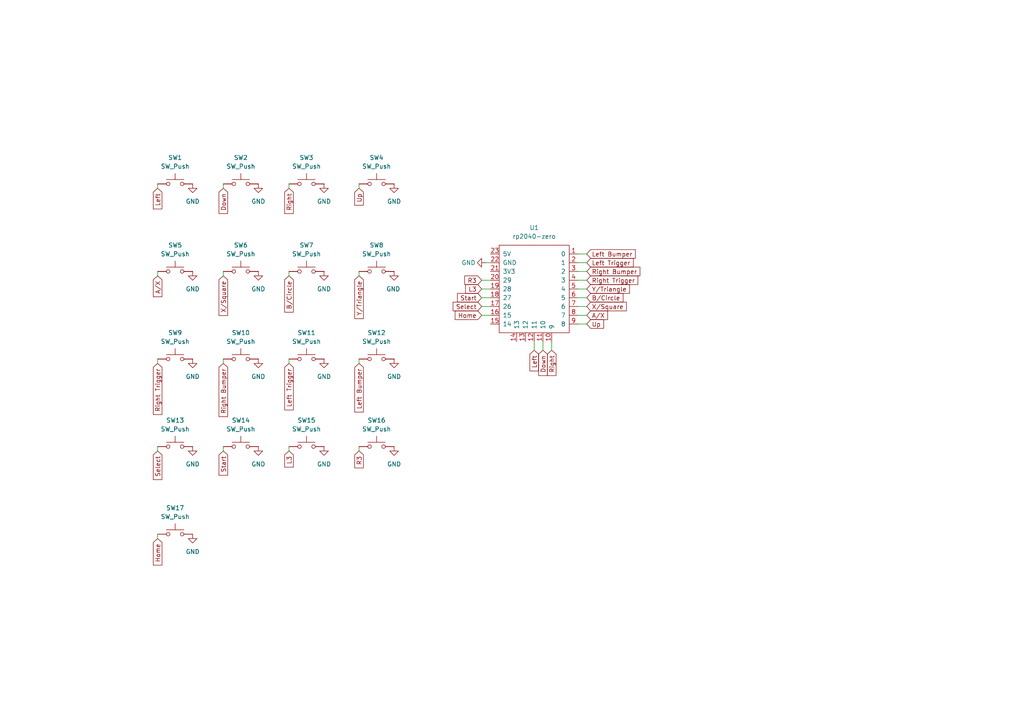
<source format=kicad_sch>
(kicad_sch
	(version 20231120)
	(generator "eeschema")
	(generator_version "8.0")
	(uuid "892af940-5d46-43be-9771-949f2577b148")
	(paper "A4")
	(lib_symbols
		(symbol "Switch:SW_Push"
			(pin_numbers hide)
			(pin_names
				(offset 1.016) hide)
			(exclude_from_sim no)
			(in_bom yes)
			(on_board yes)
			(property "Reference" "SW"
				(at 1.27 2.54 0)
				(effects
					(font
						(size 1.27 1.27)
					)
					(justify left)
				)
			)
			(property "Value" "SW_Push"
				(at 0 -1.524 0)
				(effects
					(font
						(size 1.27 1.27)
					)
				)
			)
			(property "Footprint" ""
				(at 0 5.08 0)
				(effects
					(font
						(size 1.27 1.27)
					)
					(hide yes)
				)
			)
			(property "Datasheet" "~"
				(at 0 5.08 0)
				(effects
					(font
						(size 1.27 1.27)
					)
					(hide yes)
				)
			)
			(property "Description" "Push button switch, generic, two pins"
				(at 0 0 0)
				(effects
					(font
						(size 1.27 1.27)
					)
					(hide yes)
				)
			)
			(property "ki_keywords" "switch normally-open pushbutton push-button"
				(at 0 0 0)
				(effects
					(font
						(size 1.27 1.27)
					)
					(hide yes)
				)
			)
			(symbol "SW_Push_0_1"
				(circle
					(center -2.032 0)
					(radius 0.508)
					(stroke
						(width 0)
						(type default)
					)
					(fill
						(type none)
					)
				)
				(polyline
					(pts
						(xy 0 1.27) (xy 0 3.048)
					)
					(stroke
						(width 0)
						(type default)
					)
					(fill
						(type none)
					)
				)
				(polyline
					(pts
						(xy 2.54 1.27) (xy -2.54 1.27)
					)
					(stroke
						(width 0)
						(type default)
					)
					(fill
						(type none)
					)
				)
				(circle
					(center 2.032 0)
					(radius 0.508)
					(stroke
						(width 0)
						(type default)
					)
					(fill
						(type none)
					)
				)
				(pin passive line
					(at -5.08 0 0)
					(length 2.54)
					(name "1"
						(effects
							(font
								(size 1.27 1.27)
							)
						)
					)
					(number "1"
						(effects
							(font
								(size 1.27 1.27)
							)
						)
					)
				)
				(pin passive line
					(at 5.08 0 180)
					(length 2.54)
					(name "2"
						(effects
							(font
								(size 1.27 1.27)
							)
						)
					)
					(number "2"
						(effects
							(font
								(size 1.27 1.27)
							)
						)
					)
				)
			)
		)
		(symbol "mcu:rp2040-zero"
			(pin_names
				(offset 1.016)
			)
			(exclude_from_sim no)
			(in_bom yes)
			(on_board yes)
			(property "Reference" "U"
				(at 0 15.24 0)
				(effects
					(font
						(size 1.27 1.27)
					)
				)
			)
			(property "Value" "rp2040-zero"
				(at 0 12.7 0)
				(effects
					(font
						(size 1.27 1.27)
					)
				)
			)
			(property "Footprint" ""
				(at -8.89 5.08 0)
				(effects
					(font
						(size 1.27 1.27)
					)
					(hide yes)
				)
			)
			(property "Datasheet" ""
				(at -8.89 5.08 0)
				(effects
					(font
						(size 1.27 1.27)
					)
					(hide yes)
				)
			)
			(property "Description" ""
				(at 0 0 0)
				(effects
					(font
						(size 1.27 1.27)
					)
					(hide yes)
				)
			)
			(symbol "rp2040-zero_0_1"
				(rectangle
					(start -10.16 11.43)
					(end 10.16 -13.97)
					(stroke
						(width 0)
						(type default)
					)
					(fill
						(type none)
					)
				)
			)
			(symbol "rp2040-zero_1_1"
				(pin bidirectional line
					(at 12.7 8.89 180)
					(length 2.54)
					(name "0"
						(effects
							(font
								(size 1.27 1.27)
							)
						)
					)
					(number "1"
						(effects
							(font
								(size 1.27 1.27)
							)
						)
					)
				)
				(pin bidirectional line
					(at 5.08 -16.51 90)
					(length 2.54)
					(name "9"
						(effects
							(font
								(size 1.27 1.27)
							)
						)
					)
					(number "10"
						(effects
							(font
								(size 1.27 1.27)
							)
						)
					)
				)
				(pin bidirectional line
					(at 2.54 -16.51 90)
					(length 2.54)
					(name "10"
						(effects
							(font
								(size 1.27 1.27)
							)
						)
					)
					(number "11"
						(effects
							(font
								(size 1.27 1.27)
							)
						)
					)
				)
				(pin bidirectional line
					(at 0 -16.51 90)
					(length 2.54)
					(name "11"
						(effects
							(font
								(size 1.27 1.27)
							)
						)
					)
					(number "12"
						(effects
							(font
								(size 1.27 1.27)
							)
						)
					)
				)
				(pin bidirectional line
					(at -2.54 -16.51 90)
					(length 2.54)
					(name "12"
						(effects
							(font
								(size 1.27 1.27)
							)
						)
					)
					(number "13"
						(effects
							(font
								(size 1.27 1.27)
							)
						)
					)
				)
				(pin bidirectional line
					(at -5.08 -16.51 90)
					(length 2.54)
					(name "13"
						(effects
							(font
								(size 1.27 1.27)
							)
						)
					)
					(number "14"
						(effects
							(font
								(size 1.27 1.27)
							)
						)
					)
				)
				(pin bidirectional line
					(at -12.7 -11.43 0)
					(length 2.54)
					(name "14"
						(effects
							(font
								(size 1.27 1.27)
							)
						)
					)
					(number "15"
						(effects
							(font
								(size 1.27 1.27)
							)
						)
					)
				)
				(pin bidirectional line
					(at -12.7 -8.89 0)
					(length 2.54)
					(name "15"
						(effects
							(font
								(size 1.27 1.27)
							)
						)
					)
					(number "16"
						(effects
							(font
								(size 1.27 1.27)
							)
						)
					)
				)
				(pin bidirectional line
					(at -12.7 -6.35 0)
					(length 2.54)
					(name "26"
						(effects
							(font
								(size 1.27 1.27)
							)
						)
					)
					(number "17"
						(effects
							(font
								(size 1.27 1.27)
							)
						)
					)
				)
				(pin bidirectional line
					(at -12.7 -3.81 0)
					(length 2.54)
					(name "27"
						(effects
							(font
								(size 1.27 1.27)
							)
						)
					)
					(number "18"
						(effects
							(font
								(size 1.27 1.27)
							)
						)
					)
				)
				(pin bidirectional line
					(at -12.7 -1.27 0)
					(length 2.54)
					(name "28"
						(effects
							(font
								(size 1.27 1.27)
							)
						)
					)
					(number "19"
						(effects
							(font
								(size 1.27 1.27)
							)
						)
					)
				)
				(pin bidirectional line
					(at 12.7 6.35 180)
					(length 2.54)
					(name "1"
						(effects
							(font
								(size 1.27 1.27)
							)
						)
					)
					(number "2"
						(effects
							(font
								(size 1.27 1.27)
							)
						)
					)
				)
				(pin bidirectional line
					(at -12.7 1.27 0)
					(length 2.54)
					(name "29"
						(effects
							(font
								(size 1.27 1.27)
							)
						)
					)
					(number "20"
						(effects
							(font
								(size 1.27 1.27)
							)
						)
					)
				)
				(pin power_out line
					(at -12.7 3.81 0)
					(length 2.54)
					(name "3V3"
						(effects
							(font
								(size 1.27 1.27)
							)
						)
					)
					(number "21"
						(effects
							(font
								(size 1.27 1.27)
							)
						)
					)
				)
				(pin power_out line
					(at -12.7 6.35 0)
					(length 2.54)
					(name "GND"
						(effects
							(font
								(size 1.27 1.27)
							)
						)
					)
					(number "22"
						(effects
							(font
								(size 1.27 1.27)
							)
						)
					)
				)
				(pin power_out line
					(at -12.7 8.89 0)
					(length 2.54)
					(name "5V"
						(effects
							(font
								(size 1.27 1.27)
							)
						)
					)
					(number "23"
						(effects
							(font
								(size 1.27 1.27)
							)
						)
					)
				)
				(pin bidirectional line
					(at 12.7 3.81 180)
					(length 2.54)
					(name "2"
						(effects
							(font
								(size 1.27 1.27)
							)
						)
					)
					(number "3"
						(effects
							(font
								(size 1.27 1.27)
							)
						)
					)
				)
				(pin bidirectional line
					(at 12.7 1.27 180)
					(length 2.54)
					(name "3"
						(effects
							(font
								(size 1.27 1.27)
							)
						)
					)
					(number "4"
						(effects
							(font
								(size 1.27 1.27)
							)
						)
					)
				)
				(pin bidirectional line
					(at 12.7 -1.27 180)
					(length 2.54)
					(name "4"
						(effects
							(font
								(size 1.27 1.27)
							)
						)
					)
					(number "5"
						(effects
							(font
								(size 1.27 1.27)
							)
						)
					)
				)
				(pin bidirectional line
					(at 12.7 -3.81 180)
					(length 2.54)
					(name "5"
						(effects
							(font
								(size 1.27 1.27)
							)
						)
					)
					(number "6"
						(effects
							(font
								(size 1.27 1.27)
							)
						)
					)
				)
				(pin bidirectional line
					(at 12.7 -6.35 180)
					(length 2.54)
					(name "6"
						(effects
							(font
								(size 1.27 1.27)
							)
						)
					)
					(number "7"
						(effects
							(font
								(size 1.27 1.27)
							)
						)
					)
				)
				(pin bidirectional line
					(at 12.7 -8.89 180)
					(length 2.54)
					(name "7"
						(effects
							(font
								(size 1.27 1.27)
							)
						)
					)
					(number "8"
						(effects
							(font
								(size 1.27 1.27)
							)
						)
					)
				)
				(pin bidirectional line
					(at 12.7 -11.43 180)
					(length 2.54)
					(name "8"
						(effects
							(font
								(size 1.27 1.27)
							)
						)
					)
					(number "9"
						(effects
							(font
								(size 1.27 1.27)
							)
						)
					)
				)
			)
		)
		(symbol "power:GND"
			(power)
			(pin_numbers hide)
			(pin_names
				(offset 0) hide)
			(exclude_from_sim no)
			(in_bom yes)
			(on_board yes)
			(property "Reference" "#PWR"
				(at 0 -6.35 0)
				(effects
					(font
						(size 1.27 1.27)
					)
					(hide yes)
				)
			)
			(property "Value" "GND"
				(at 0 -3.81 0)
				(effects
					(font
						(size 1.27 1.27)
					)
				)
			)
			(property "Footprint" ""
				(at 0 0 0)
				(effects
					(font
						(size 1.27 1.27)
					)
					(hide yes)
				)
			)
			(property "Datasheet" ""
				(at 0 0 0)
				(effects
					(font
						(size 1.27 1.27)
					)
					(hide yes)
				)
			)
			(property "Description" "Power symbol creates a global label with name \"GND\" , ground"
				(at 0 0 0)
				(effects
					(font
						(size 1.27 1.27)
					)
					(hide yes)
				)
			)
			(property "ki_keywords" "global power"
				(at 0 0 0)
				(effects
					(font
						(size 1.27 1.27)
					)
					(hide yes)
				)
			)
			(symbol "GND_0_1"
				(polyline
					(pts
						(xy 0 0) (xy 0 -1.27) (xy 1.27 -1.27) (xy 0 -2.54) (xy -1.27 -1.27) (xy 0 -1.27)
					)
					(stroke
						(width 0)
						(type default)
					)
					(fill
						(type none)
					)
				)
			)
			(symbol "GND_1_1"
				(pin power_in line
					(at 0 0 270)
					(length 0)
					(name "~"
						(effects
							(font
								(size 1.27 1.27)
							)
						)
					)
					(number "1"
						(effects
							(font
								(size 1.27 1.27)
							)
						)
					)
				)
			)
		)
	)
	(wire
		(pts
			(xy 167.64 93.98) (xy 170.18 93.98)
		)
		(stroke
			(width 0)
			(type default)
		)
		(uuid "116520de-0537-498c-a59b-b4b8450cc87a")
	)
	(wire
		(pts
			(xy 167.64 86.36) (xy 170.18 86.36)
		)
		(stroke
			(width 0)
			(type default)
		)
		(uuid "15cd60c2-8601-4846-ae90-1ec0a906abad")
	)
	(wire
		(pts
			(xy 167.64 76.2) (xy 170.18 76.2)
		)
		(stroke
			(width 0)
			(type default)
		)
		(uuid "162058eb-871b-4fce-b780-2d696778c782")
	)
	(wire
		(pts
			(xy 167.64 78.74) (xy 170.18 78.74)
		)
		(stroke
			(width 0)
			(type default)
		)
		(uuid "16900671-bc3e-4f85-b3fa-9e5fd78221d9")
	)
	(wire
		(pts
			(xy 104.14 104.14) (xy 104.14 105.41)
		)
		(stroke
			(width 0)
			(type default)
		)
		(uuid "1990e008-3255-4f41-9288-b81164c47de8")
	)
	(wire
		(pts
			(xy 45.72 53.34) (xy 45.72 54.61)
		)
		(stroke
			(width 0)
			(type default)
		)
		(uuid "2364a20e-67ee-487f-834f-39ee9dddc4b8")
	)
	(wire
		(pts
			(xy 167.64 88.9) (xy 170.18 88.9)
		)
		(stroke
			(width 0)
			(type default)
		)
		(uuid "311b55a0-1006-43ca-bc57-b17882302682")
	)
	(wire
		(pts
			(xy 83.82 78.74) (xy 83.82 80.01)
		)
		(stroke
			(width 0)
			(type default)
		)
		(uuid "32945008-9b5a-4e2b-a81c-b66ccd3ad1d7")
	)
	(wire
		(pts
			(xy 104.14 129.54) (xy 104.14 130.81)
		)
		(stroke
			(width 0)
			(type default)
		)
		(uuid "341b4ec0-b840-4ada-8e49-5503a16b56a3")
	)
	(wire
		(pts
			(xy 167.64 81.28) (xy 170.18 81.28)
		)
		(stroke
			(width 0)
			(type default)
		)
		(uuid "3b4abfee-d248-4d4e-9a9f-c7e3acf4a2e3")
	)
	(wire
		(pts
			(xy 139.7 91.44) (xy 142.24 91.44)
		)
		(stroke
			(width 0)
			(type default)
		)
		(uuid "3f8c955c-948f-42a2-b016-3285fb34d35e")
	)
	(wire
		(pts
			(xy 157.48 99.06) (xy 157.48 101.6)
		)
		(stroke
			(width 0)
			(type default)
		)
		(uuid "585d16e7-dc02-4258-a61a-9ddfbfc3dda2")
	)
	(wire
		(pts
			(xy 140.97 76.2) (xy 142.24 76.2)
		)
		(stroke
			(width 0)
			(type default)
		)
		(uuid "61d41646-4f26-4420-9665-ff72d7c70fcc")
	)
	(wire
		(pts
			(xy 45.72 129.54) (xy 45.72 130.81)
		)
		(stroke
			(width 0)
			(type default)
		)
		(uuid "7e060497-35d2-4273-b010-42ffa45d0a1e")
	)
	(wire
		(pts
			(xy 83.82 129.54) (xy 83.82 130.81)
		)
		(stroke
			(width 0)
			(type default)
		)
		(uuid "8c3a5854-3cf2-4137-972b-a48d49ada75e")
	)
	(wire
		(pts
			(xy 64.77 53.34) (xy 64.77 54.61)
		)
		(stroke
			(width 0)
			(type default)
		)
		(uuid "94206078-373f-4f7e-9807-05a090bd3c13")
	)
	(wire
		(pts
			(xy 139.7 81.28) (xy 142.24 81.28)
		)
		(stroke
			(width 0)
			(type default)
		)
		(uuid "9c305ece-5f6f-4309-9ee4-8f7ef142bd0b")
	)
	(wire
		(pts
			(xy 45.72 104.14) (xy 45.72 105.41)
		)
		(stroke
			(width 0)
			(type default)
		)
		(uuid "9e516e18-b5ea-4f16-be3e-1184f317eafd")
	)
	(wire
		(pts
			(xy 167.64 73.66) (xy 170.18 73.66)
		)
		(stroke
			(width 0)
			(type default)
		)
		(uuid "a181281b-7d13-4ce9-a258-96d48e06e22f")
	)
	(wire
		(pts
			(xy 139.7 83.82) (xy 142.24 83.82)
		)
		(stroke
			(width 0)
			(type default)
		)
		(uuid "a536e0a7-07cd-4bc1-ac01-b2babe325083")
	)
	(wire
		(pts
			(xy 45.72 154.94) (xy 45.72 156.21)
		)
		(stroke
			(width 0)
			(type default)
		)
		(uuid "aaf35bbe-1a03-494b-928a-27f6a231a43c")
	)
	(wire
		(pts
			(xy 64.77 129.54) (xy 64.77 130.81)
		)
		(stroke
			(width 0)
			(type default)
		)
		(uuid "b37c7373-5eca-4891-9401-5c9566676b2b")
	)
	(wire
		(pts
			(xy 64.77 104.14) (xy 64.77 105.41)
		)
		(stroke
			(width 0)
			(type default)
		)
		(uuid "c1ac6a84-ab3a-4ce6-a20f-bc6162bdb675")
	)
	(wire
		(pts
			(xy 104.14 78.74) (xy 104.14 80.01)
		)
		(stroke
			(width 0)
			(type default)
		)
		(uuid "c2aea66f-f196-4106-ab6f-9461c4a9f283")
	)
	(wire
		(pts
			(xy 167.64 83.82) (xy 170.18 83.82)
		)
		(stroke
			(width 0)
			(type default)
		)
		(uuid "cd4e9cab-9b4c-41e0-b789-4491b64206cc")
	)
	(wire
		(pts
			(xy 167.64 91.44) (xy 170.18 91.44)
		)
		(stroke
			(width 0)
			(type default)
		)
		(uuid "d20b7423-c81b-4e70-9f8f-8a426b1990d4")
	)
	(wire
		(pts
			(xy 45.72 78.74) (xy 45.72 80.01)
		)
		(stroke
			(width 0)
			(type default)
		)
		(uuid "dd09e22c-2b96-4d52-b148-85376dbf66c2")
	)
	(wire
		(pts
			(xy 160.02 99.06) (xy 160.02 101.6)
		)
		(stroke
			(width 0)
			(type default)
		)
		(uuid "e0c38d2b-f432-45be-aaea-034325a7cd3a")
	)
	(wire
		(pts
			(xy 139.7 86.36) (xy 142.24 86.36)
		)
		(stroke
			(width 0)
			(type default)
		)
		(uuid "e39ff4c9-194c-4261-aefd-f6c59ba774ae")
	)
	(wire
		(pts
			(xy 104.14 53.34) (xy 104.14 54.61)
		)
		(stroke
			(width 0)
			(type default)
		)
		(uuid "e82b066d-32d8-4024-b1ac-28a23c90f42a")
	)
	(wire
		(pts
			(xy 139.7 88.9) (xy 142.24 88.9)
		)
		(stroke
			(width 0)
			(type default)
		)
		(uuid "ef3013a5-afbf-4530-a339-1e43adbda273")
	)
	(wire
		(pts
			(xy 154.94 99.06) (xy 154.94 101.6)
		)
		(stroke
			(width 0)
			(type default)
		)
		(uuid "efc8f034-4fa2-4b23-b8a6-87fdfe7b02b8")
	)
	(wire
		(pts
			(xy 83.82 53.34) (xy 83.82 54.61)
		)
		(stroke
			(width 0)
			(type default)
		)
		(uuid "f76cea34-8ae0-4355-a08d-3205844e378f")
	)
	(wire
		(pts
			(xy 83.82 104.14) (xy 83.82 105.41)
		)
		(stroke
			(width 0)
			(type default)
		)
		(uuid "f7fe2fe5-590e-4f1f-964b-526bbbb98412")
	)
	(wire
		(pts
			(xy 64.77 78.74) (xy 64.77 80.01)
		)
		(stroke
			(width 0)
			(type default)
		)
		(uuid "fb0abc02-c21b-4491-bd66-e59e4429a4bf")
	)
	(global_label "L3"
		(shape input)
		(at 139.7 83.82 180)
		(fields_autoplaced yes)
		(effects
			(font
				(size 1.27 1.27)
			)
			(justify right)
		)
		(uuid "02bd9f46-ebf3-4501-8c82-9789e80a0dc6")
		(property "Intersheetrefs" "${INTERSHEET_REFS}"
			(at 134.4772 83.82 0)
			(effects
				(font
					(size 1.27 1.27)
				)
				(justify right)
				(hide yes)
			)
		)
	)
	(global_label "X{slash}Square"
		(shape input)
		(at 64.77 80.01 270)
		(fields_autoplaced yes)
		(effects
			(font
				(size 1.27 1.27)
			)
			(justify right)
		)
		(uuid "0c72c046-7162-4ea8-8522-0fc1649b0bbb")
		(property "Intersheetrefs" "${INTERSHEET_REFS}"
			(at 64.77 92.0665 90)
			(effects
				(font
					(size 1.27 1.27)
				)
				(justify right)
				(hide yes)
			)
		)
	)
	(global_label "A{slash}X"
		(shape input)
		(at 45.72 80.01 270)
		(fields_autoplaced yes)
		(effects
			(font
				(size 1.27 1.27)
			)
			(justify right)
		)
		(uuid "133ebd81-b530-4a8d-8d09-53c0b4278de4")
		(property "Intersheetrefs" "${INTERSHEET_REFS}"
			(at 45.72 86.6238 90)
			(effects
				(font
					(size 1.27 1.27)
				)
				(justify right)
				(hide yes)
			)
		)
	)
	(global_label "Y{slash}Triangle"
		(shape input)
		(at 104.14 80.01 270)
		(fields_autoplaced yes)
		(effects
			(font
				(size 1.27 1.27)
			)
			(justify right)
		)
		(uuid "27c6eaa4-903f-4405-bfa1-deb893f12d86")
		(property "Intersheetrefs" "${INTERSHEET_REFS}"
			(at 104.14 92.9737 90)
			(effects
				(font
					(size 1.27 1.27)
				)
				(justify right)
				(hide yes)
			)
		)
	)
	(global_label "A{slash}X"
		(shape input)
		(at 170.18 91.44 0)
		(fields_autoplaced yes)
		(effects
			(font
				(size 1.27 1.27)
			)
			(justify left)
		)
		(uuid "282e3c21-055a-42cb-8211-78979a524c18")
		(property "Intersheetrefs" "${INTERSHEET_REFS}"
			(at 176.7938 91.44 0)
			(effects
				(font
					(size 1.27 1.27)
				)
				(justify left)
				(hide yes)
			)
		)
	)
	(global_label "Left Trigger"
		(shape input)
		(at 170.18 76.2 0)
		(fields_autoplaced yes)
		(effects
			(font
				(size 1.27 1.27)
			)
			(justify left)
		)
		(uuid "31f87c17-26e7-4794-a6a5-358720abaf13")
		(property "Intersheetrefs" "${INTERSHEET_REFS}"
			(at 184.2323 76.2 0)
			(effects
				(font
					(size 1.27 1.27)
				)
				(justify left)
				(hide yes)
			)
		)
	)
	(global_label "Right Bumper"
		(shape input)
		(at 170.18 78.74 0)
		(fields_autoplaced yes)
		(effects
			(font
				(size 1.27 1.27)
			)
			(justify left)
		)
		(uuid "37af0b9b-2f42-4181-bc6d-506b00a302b5")
		(property "Intersheetrefs" "${INTERSHEET_REFS}"
			(at 186.1674 78.74 0)
			(effects
				(font
					(size 1.27 1.27)
				)
				(justify left)
				(hide yes)
			)
		)
	)
	(global_label "Up"
		(shape input)
		(at 104.14 54.61 270)
		(fields_autoplaced yes)
		(effects
			(font
				(size 1.27 1.27)
			)
			(justify right)
		)
		(uuid "38d99320-683c-4cfa-ab2c-6c56a8d51360")
		(property "Intersheetrefs" "${INTERSHEET_REFS}"
			(at 104.14 60.0747 90)
			(effects
				(font
					(size 1.27 1.27)
				)
				(justify right)
				(hide yes)
			)
		)
	)
	(global_label "B{slash}Circle"
		(shape input)
		(at 83.82 80.01 270)
		(fields_autoplaced yes)
		(effects
			(font
				(size 1.27 1.27)
			)
			(justify right)
		)
		(uuid "3ce05156-337c-4c76-b066-2a13b0b9aa36")
		(property "Intersheetrefs" "${INTERSHEET_REFS}"
			(at 83.82 91.0991 90)
			(effects
				(font
					(size 1.27 1.27)
				)
				(justify right)
				(hide yes)
			)
		)
	)
	(global_label "Down"
		(shape input)
		(at 64.77 54.61 270)
		(fields_autoplaced yes)
		(effects
			(font
				(size 1.27 1.27)
			)
			(justify right)
		)
		(uuid "3e4741b0-093f-4ae6-93a5-117cf314cb05")
		(property "Intersheetrefs" "${INTERSHEET_REFS}"
			(at 64.77 62.4937 90)
			(effects
				(font
					(size 1.27 1.27)
				)
				(justify right)
				(hide yes)
			)
		)
	)
	(global_label "Start"
		(shape input)
		(at 139.7 86.36 180)
		(fields_autoplaced yes)
		(effects
			(font
				(size 1.27 1.27)
			)
			(justify right)
		)
		(uuid "40a3d21f-f548-4a8f-8702-f000d7bd2f6d")
		(property "Intersheetrefs" "${INTERSHEET_REFS}"
			(at 132.1187 86.36 0)
			(effects
				(font
					(size 1.27 1.27)
				)
				(justify right)
				(hide yes)
			)
		)
	)
	(global_label "B{slash}Circle"
		(shape input)
		(at 170.18 86.36 0)
		(fields_autoplaced yes)
		(effects
			(font
				(size 1.27 1.27)
			)
			(justify left)
		)
		(uuid "4108bed6-8c4d-44be-bdaf-55f11235142d")
		(property "Intersheetrefs" "${INTERSHEET_REFS}"
			(at 181.2691 86.36 0)
			(effects
				(font
					(size 1.27 1.27)
				)
				(justify left)
				(hide yes)
			)
		)
	)
	(global_label "Right Trigger"
		(shape input)
		(at 170.18 81.28 0)
		(fields_autoplaced yes)
		(effects
			(font
				(size 1.27 1.27)
			)
			(justify left)
		)
		(uuid "518062f8-0d37-415e-890b-5ad302fa5f33")
		(property "Intersheetrefs" "${INTERSHEET_REFS}"
			(at 185.5627 81.28 0)
			(effects
				(font
					(size 1.27 1.27)
				)
				(justify left)
				(hide yes)
			)
		)
	)
	(global_label "Left Trigger"
		(shape input)
		(at 83.82 105.41 270)
		(fields_autoplaced yes)
		(effects
			(font
				(size 1.27 1.27)
			)
			(justify right)
		)
		(uuid "6326d841-2b0c-4e1d-b907-9b972974dfb7")
		(property "Intersheetrefs" "${INTERSHEET_REFS}"
			(at 83.82 119.4623 90)
			(effects
				(font
					(size 1.27 1.27)
				)
				(justify right)
				(hide yes)
			)
		)
	)
	(global_label "Start"
		(shape input)
		(at 64.77 130.81 270)
		(fields_autoplaced yes)
		(effects
			(font
				(size 1.27 1.27)
			)
			(justify right)
		)
		(uuid "6eea902f-2289-41ce-b667-c66bbd2c793b")
		(property "Intersheetrefs" "${INTERSHEET_REFS}"
			(at 64.77 138.3913 90)
			(effects
				(font
					(size 1.27 1.27)
				)
				(justify right)
				(hide yes)
			)
		)
	)
	(global_label "Down"
		(shape input)
		(at 157.48 101.6 270)
		(fields_autoplaced yes)
		(effects
			(font
				(size 1.27 1.27)
			)
			(justify right)
		)
		(uuid "6f509be8-dbbc-4adc-bbd3-8ef6e704e7a9")
		(property "Intersheetrefs" "${INTERSHEET_REFS}"
			(at 157.48 109.4837 90)
			(effects
				(font
					(size 1.27 1.27)
				)
				(justify right)
				(hide yes)
			)
		)
	)
	(global_label "Right"
		(shape input)
		(at 83.82 54.61 270)
		(fields_autoplaced yes)
		(effects
			(font
				(size 1.27 1.27)
			)
			(justify right)
		)
		(uuid "71b7b22a-2621-4c73-83b7-45d50df95217")
		(property "Intersheetrefs" "${INTERSHEET_REFS}"
			(at 83.82 62.4937 90)
			(effects
				(font
					(size 1.27 1.27)
				)
				(justify right)
				(hide yes)
			)
		)
	)
	(global_label "Left Bumper"
		(shape input)
		(at 170.18 73.66 0)
		(fields_autoplaced yes)
		(effects
			(font
				(size 1.27 1.27)
			)
			(justify left)
		)
		(uuid "7422f58c-d971-4de1-a6bf-3614c01b368c")
		(property "Intersheetrefs" "${INTERSHEET_REFS}"
			(at 155.523 73.66 0)
			(effects
				(font
					(size 1.27 1.27)
				)
				(justify right)
				(hide yes)
			)
		)
	)
	(global_label "Home"
		(shape input)
		(at 139.7 91.44 180)
		(fields_autoplaced yes)
		(effects
			(font
				(size 1.27 1.27)
			)
			(justify right)
		)
		(uuid "7554ce66-d42a-4d3b-8f9a-6598e9fdf620")
		(property "Intersheetrefs" "${INTERSHEET_REFS}"
			(at 131.4534 91.44 0)
			(effects
				(font
					(size 1.27 1.27)
				)
				(justify right)
				(hide yes)
			)
		)
	)
	(global_label "R3"
		(shape input)
		(at 139.7 81.28 180)
		(fields_autoplaced yes)
		(effects
			(font
				(size 1.27 1.27)
			)
			(justify right)
		)
		(uuid "839ca29f-6c0b-4f6d-a724-1e83bc06b071")
		(property "Intersheetrefs" "${INTERSHEET_REFS}"
			(at 134.2353 81.28 0)
			(effects
				(font
					(size 1.27 1.27)
				)
				(justify right)
				(hide yes)
			)
		)
	)
	(global_label "Right"
		(shape input)
		(at 160.02 101.6 270)
		(fields_autoplaced yes)
		(effects
			(font
				(size 1.27 1.27)
			)
			(justify right)
		)
		(uuid "8f3959dc-13f5-4fd2-89b9-a290ce1e92df")
		(property "Intersheetrefs" "${INTERSHEET_REFS}"
			(at 160.02 109.4837 90)
			(effects
				(font
					(size 1.27 1.27)
				)
				(justify right)
				(hide yes)
			)
		)
	)
	(global_label "R3"
		(shape input)
		(at 104.14 130.81 270)
		(fields_autoplaced yes)
		(effects
			(font
				(size 1.27 1.27)
			)
			(justify right)
		)
		(uuid "9663558d-b730-4e3a-934e-619b07cfa08c")
		(property "Intersheetrefs" "${INTERSHEET_REFS}"
			(at 104.14 136.2747 90)
			(effects
				(font
					(size 1.27 1.27)
				)
				(justify right)
				(hide yes)
			)
		)
	)
	(global_label "X{slash}Square"
		(shape input)
		(at 170.18 88.9 0)
		(fields_autoplaced yes)
		(effects
			(font
				(size 1.27 1.27)
			)
			(justify left)
		)
		(uuid "9af6cee2-7615-40eb-95f2-2da9b313ffdc")
		(property "Intersheetrefs" "${INTERSHEET_REFS}"
			(at 158.1235 88.9 0)
			(effects
				(font
					(size 1.27 1.27)
				)
				(justify right)
				(hide yes)
			)
		)
	)
	(global_label "Left"
		(shape input)
		(at 154.94 101.6 270)
		(fields_autoplaced yes)
		(effects
			(font
				(size 1.27 1.27)
			)
			(justify right)
		)
		(uuid "a1efcf38-2343-4fe5-898e-13a7ad672f98")
		(property "Intersheetrefs" "${INTERSHEET_REFS}"
			(at 154.94 108.1533 90)
			(effects
				(font
					(size 1.27 1.27)
				)
				(justify right)
				(hide yes)
			)
		)
	)
	(global_label "Select"
		(shape input)
		(at 139.7 88.9 180)
		(fields_autoplaced yes)
		(effects
			(font
				(size 1.27 1.27)
			)
			(justify right)
		)
		(uuid "a292a3f9-de2e-4f2d-829a-21fc9e4059af")
		(property "Intersheetrefs" "${INTERSHEET_REFS}"
			(at 130.8486 88.9 0)
			(effects
				(font
					(size 1.27 1.27)
				)
				(justify right)
				(hide yes)
			)
		)
	)
	(global_label "Left"
		(shape input)
		(at 45.72 54.61 270)
		(fields_autoplaced yes)
		(effects
			(font
				(size 1.27 1.27)
			)
			(justify right)
		)
		(uuid "a7b87a41-1f6d-456b-a855-1ae5ae94a2c1")
		(property "Intersheetrefs" "${INTERSHEET_REFS}"
			(at 45.72 61.1633 90)
			(effects
				(font
					(size 1.27 1.27)
				)
				(justify right)
				(hide yes)
			)
		)
	)
	(global_label "Home"
		(shape input)
		(at 45.72 156.21 270)
		(fields_autoplaced yes)
		(effects
			(font
				(size 1.27 1.27)
			)
			(justify right)
		)
		(uuid "a98c6fea-dfc4-4eef-a78c-bd39ccc23901")
		(property "Intersheetrefs" "${INTERSHEET_REFS}"
			(at 45.72 164.4566 90)
			(effects
				(font
					(size 1.27 1.27)
				)
				(justify right)
				(hide yes)
			)
		)
	)
	(global_label "Right Trigger"
		(shape input)
		(at 45.72 105.41 270)
		(fields_autoplaced yes)
		(effects
			(font
				(size 1.27 1.27)
			)
			(justify right)
		)
		(uuid "aa79d548-3202-473c-811c-4fa86c2550d4")
		(property "Intersheetrefs" "${INTERSHEET_REFS}"
			(at 45.72 120.7927 90)
			(effects
				(font
					(size 1.27 1.27)
				)
				(justify right)
				(hide yes)
			)
		)
	)
	(global_label "Select"
		(shape input)
		(at 45.72 130.81 270)
		(fields_autoplaced yes)
		(effects
			(font
				(size 1.27 1.27)
			)
			(justify right)
		)
		(uuid "c3d65114-4af1-4cc0-971a-d5994323c014")
		(property "Intersheetrefs" "${INTERSHEET_REFS}"
			(at 45.72 139.6614 90)
			(effects
				(font
					(size 1.27 1.27)
				)
				(justify right)
				(hide yes)
			)
		)
	)
	(global_label "Right Bumper"
		(shape input)
		(at 64.77 105.41 270)
		(fields_autoplaced yes)
		(effects
			(font
				(size 1.27 1.27)
			)
			(justify right)
		)
		(uuid "cac15f17-0906-45fc-a3f6-5f18734d6db6")
		(property "Intersheetrefs" "${INTERSHEET_REFS}"
			(at 64.77 121.3974 90)
			(effects
				(font
					(size 1.27 1.27)
				)
				(justify right)
				(hide yes)
			)
		)
	)
	(global_label "Up"
		(shape input)
		(at 170.18 93.98 0)
		(fields_autoplaced yes)
		(effects
			(font
				(size 1.27 1.27)
			)
			(justify left)
		)
		(uuid "dbf96218-445d-4069-9121-049efb0be767")
		(property "Intersheetrefs" "${INTERSHEET_REFS}"
			(at 175.6447 93.98 0)
			(effects
				(font
					(size 1.27 1.27)
				)
				(justify left)
				(hide yes)
			)
		)
	)
	(global_label "Left Bumper"
		(shape input)
		(at 104.14 105.41 270)
		(fields_autoplaced yes)
		(effects
			(font
				(size 1.27 1.27)
			)
			(justify right)
		)
		(uuid "de4ec3fa-e40d-450b-9bbb-23f5fa225a79")
		(property "Intersheetrefs" "${INTERSHEET_REFS}"
			(at 104.14 120.067 90)
			(effects
				(font
					(size 1.27 1.27)
				)
				(justify right)
				(hide yes)
			)
		)
	)
	(global_label "L3"
		(shape input)
		(at 83.82 130.81 270)
		(fields_autoplaced yes)
		(effects
			(font
				(size 1.27 1.27)
			)
			(justify right)
		)
		(uuid "e0070265-5efd-4cfa-9ab3-f902d4a6099a")
		(property "Intersheetrefs" "${INTERSHEET_REFS}"
			(at 83.82 136.0328 90)
			(effects
				(font
					(size 1.27 1.27)
				)
				(justify right)
				(hide yes)
			)
		)
	)
	(global_label "Y{slash}Triangle"
		(shape input)
		(at 170.18 83.82 0)
		(fields_autoplaced yes)
		(effects
			(font
				(size 1.27 1.27)
			)
			(justify left)
		)
		(uuid "e554a4f9-8a17-43a0-8936-766519be4d70")
		(property "Intersheetrefs" "${INTERSHEET_REFS}"
			(at 183.1437 83.82 0)
			(effects
				(font
					(size 1.27 1.27)
				)
				(justify left)
				(hide yes)
			)
		)
	)
	(symbol
		(lib_id "power:GND")
		(at 55.88 104.14 0)
		(unit 1)
		(exclude_from_sim no)
		(in_bom yes)
		(on_board yes)
		(dnp no)
		(fields_autoplaced yes)
		(uuid "0073dcc9-fdd7-4365-a256-a69483b6d9e3")
		(property "Reference" "#PWR013"
			(at 55.88 110.49 0)
			(effects
				(font
					(size 1.27 1.27)
				)
				(hide yes)
			)
		)
		(property "Value" "GND"
			(at 55.88 109.22 0)
			(effects
				(font
					(size 1.27 1.27)
				)
			)
		)
		(property "Footprint" ""
			(at 55.88 104.14 0)
			(effects
				(font
					(size 1.27 1.27)
				)
				(hide yes)
			)
		)
		(property "Datasheet" ""
			(at 55.88 104.14 0)
			(effects
				(font
					(size 1.27 1.27)
				)
				(hide yes)
			)
		)
		(property "Description" "Power symbol creates a global label with name \"GND\" , ground"
			(at 55.88 104.14 0)
			(effects
				(font
					(size 1.27 1.27)
				)
				(hide yes)
			)
		)
		(pin "1"
			(uuid "37cdbb73-4ffd-4e0c-ac5c-e24f896732ad")
		)
		(instances
			(project "hitbox"
				(path "/892af940-5d46-43be-9771-949f2577b148"
					(reference "#PWR013")
					(unit 1)
				)
			)
		)
	)
	(symbol
		(lib_id "power:GND")
		(at 74.93 104.14 0)
		(unit 1)
		(exclude_from_sim no)
		(in_bom yes)
		(on_board yes)
		(dnp no)
		(fields_autoplaced yes)
		(uuid "093c4014-48cb-477a-904f-d1db54d05425")
		(property "Reference" "#PWR012"
			(at 74.93 110.49 0)
			(effects
				(font
					(size 1.27 1.27)
				)
				(hide yes)
			)
		)
		(property "Value" "GND"
			(at 74.93 109.22 0)
			(effects
				(font
					(size 1.27 1.27)
				)
			)
		)
		(property "Footprint" ""
			(at 74.93 104.14 0)
			(effects
				(font
					(size 1.27 1.27)
				)
				(hide yes)
			)
		)
		(property "Datasheet" ""
			(at 74.93 104.14 0)
			(effects
				(font
					(size 1.27 1.27)
				)
				(hide yes)
			)
		)
		(property "Description" "Power symbol creates a global label with name \"GND\" , ground"
			(at 74.93 104.14 0)
			(effects
				(font
					(size 1.27 1.27)
				)
				(hide yes)
			)
		)
		(pin "1"
			(uuid "9adbbe91-ed2c-4976-8afb-1fc2f53cd5f3")
		)
		(instances
			(project "hitbox"
				(path "/892af940-5d46-43be-9771-949f2577b148"
					(reference "#PWR012")
					(unit 1)
				)
			)
		)
	)
	(symbol
		(lib_id "Switch:SW_Push")
		(at 109.22 104.14 0)
		(unit 1)
		(exclude_from_sim no)
		(in_bom yes)
		(on_board yes)
		(dnp no)
		(fields_autoplaced yes)
		(uuid "0ca5cbb4-4dc6-4378-912c-6d59b30fdbb0")
		(property "Reference" "SW12"
			(at 109.22 96.52 0)
			(effects
				(font
					(size 1.27 1.27)
				)
			)
		)
		(property "Value" "SW_Push"
			(at 109.22 99.06 0)
			(effects
				(font
					(size 1.27 1.27)
				)
			)
		)
		(property "Footprint" "keyswitches:Kailh_socket_PG1350_optional"
			(at 109.22 99.06 0)
			(effects
				(font
					(size 1.27 1.27)
				)
				(hide yes)
			)
		)
		(property "Datasheet" "~"
			(at 109.22 99.06 0)
			(effects
				(font
					(size 1.27 1.27)
				)
				(hide yes)
			)
		)
		(property "Description" "Push button switch, generic, two pins"
			(at 109.22 104.14 0)
			(effects
				(font
					(size 1.27 1.27)
				)
				(hide yes)
			)
		)
		(pin "1"
			(uuid "80abaf64-7752-4240-9b2b-e74f8e732d6f")
		)
		(pin "2"
			(uuid "8b1e4b7a-a5af-417d-9fad-71cd82884d0f")
		)
		(instances
			(project "hitbox"
				(path "/892af940-5d46-43be-9771-949f2577b148"
					(reference "SW12")
					(unit 1)
				)
			)
		)
	)
	(symbol
		(lib_id "power:GND")
		(at 93.98 129.54 0)
		(unit 1)
		(exclude_from_sim no)
		(in_bom yes)
		(on_board yes)
		(dnp no)
		(uuid "13b86072-8459-49f2-ab7f-d7ef45e49f95")
		(property "Reference" "#PWR016"
			(at 93.98 135.89 0)
			(effects
				(font
					(size 1.27 1.27)
				)
				(hide yes)
			)
		)
		(property "Value" "GND"
			(at 93.98 134.62 0)
			(effects
				(font
					(size 1.27 1.27)
				)
			)
		)
		(property "Footprint" ""
			(at 93.98 129.54 0)
			(effects
				(font
					(size 1.27 1.27)
				)
				(hide yes)
			)
		)
		(property "Datasheet" ""
			(at 93.98 129.54 0)
			(effects
				(font
					(size 1.27 1.27)
				)
				(hide yes)
			)
		)
		(property "Description" "Power symbol creates a global label with name \"GND\" , ground"
			(at 93.98 129.54 0)
			(effects
				(font
					(size 1.27 1.27)
				)
				(hide yes)
			)
		)
		(pin "1"
			(uuid "5c4236a2-7242-4888-bd58-483b59a47bb3")
		)
		(instances
			(project "hitbox"
				(path "/892af940-5d46-43be-9771-949f2577b148"
					(reference "#PWR016")
					(unit 1)
				)
			)
		)
	)
	(symbol
		(lib_id "Switch:SW_Push")
		(at 88.9 53.34 0)
		(unit 1)
		(exclude_from_sim no)
		(in_bom yes)
		(on_board yes)
		(dnp no)
		(fields_autoplaced yes)
		(uuid "1802f9c8-e69a-4387-9f81-9180061aa655")
		(property "Reference" "SW3"
			(at 88.9 45.72 0)
			(effects
				(font
					(size 1.27 1.27)
				)
			)
		)
		(property "Value" "SW_Push"
			(at 88.9 48.26 0)
			(effects
				(font
					(size 1.27 1.27)
				)
			)
		)
		(property "Footprint" "keyswitches:Kailh_socket_PG1350_optional"
			(at 88.9 48.26 0)
			(effects
				(font
					(size 1.27 1.27)
				)
				(hide yes)
			)
		)
		(property "Datasheet" "~"
			(at 88.9 48.26 0)
			(effects
				(font
					(size 1.27 1.27)
				)
				(hide yes)
			)
		)
		(property "Description" "Push button switch, generic, two pins"
			(at 88.9 53.34 0)
			(effects
				(font
					(size 1.27 1.27)
				)
				(hide yes)
			)
		)
		(pin "1"
			(uuid "429e690f-89e3-4b05-a7a4-7b5d0b3e053b")
		)
		(pin "2"
			(uuid "d09fdba1-a141-4160-be07-d565c08c0c99")
		)
		(instances
			(project "hitbox"
				(path "/892af940-5d46-43be-9771-949f2577b148"
					(reference "SW3")
					(unit 1)
				)
			)
		)
	)
	(symbol
		(lib_id "mcu:rp2040-zero")
		(at 154.94 82.55 0)
		(unit 1)
		(exclude_from_sim no)
		(in_bom yes)
		(on_board yes)
		(dnp no)
		(fields_autoplaced yes)
		(uuid "1e3106ef-090c-46b3-9bbd-87919f18e9ed")
		(property "Reference" "U1"
			(at 154.94 66.04 0)
			(effects
				(font
					(size 1.27 1.27)
				)
			)
		)
		(property "Value" "rp2040-zero"
			(at 154.94 68.58 0)
			(effects
				(font
					(size 1.27 1.27)
				)
			)
		)
		(property "Footprint" "mcu:rp2040-zero-smd"
			(at 146.05 77.47 0)
			(effects
				(font
					(size 1.27 1.27)
				)
				(hide yes)
			)
		)
		(property "Datasheet" ""
			(at 146.05 77.47 0)
			(effects
				(font
					(size 1.27 1.27)
				)
				(hide yes)
			)
		)
		(property "Description" ""
			(at 154.94 82.55 0)
			(effects
				(font
					(size 1.27 1.27)
				)
				(hide yes)
			)
		)
		(pin "11"
			(uuid "039a287d-d1b0-4dfc-a338-42a47e940684")
		)
		(pin "13"
			(uuid "f1568751-bcd4-4b0d-a78d-213f6bba9e6d")
		)
		(pin "15"
			(uuid "1aa63816-4867-4fec-8aba-11eb866816fd")
		)
		(pin "4"
			(uuid "247ae8d9-96c6-4cd4-9753-75bb071b52b1")
		)
		(pin "7"
			(uuid "2cc0b591-5e4b-4edb-b459-8f0d48c54e49")
		)
		(pin "2"
			(uuid "4cadeca8-bec2-4ade-bfe5-a07ce75691fd")
		)
		(pin "20"
			(uuid "43a2d074-b944-441a-9485-55ff3b0ed9eb")
		)
		(pin "1"
			(uuid "888ba2b0-0a5e-45cd-ae3c-aa4927e202c4")
		)
		(pin "19"
			(uuid "9576426c-1958-4f20-bdbc-8ce6d4858f5f")
		)
		(pin "9"
			(uuid "8b0a5bf2-16d1-4729-9cad-2f161e587ae5")
		)
		(pin "3"
			(uuid "c398e014-fb54-495c-9f57-d75e97cab644")
		)
		(pin "10"
			(uuid "1fe0639c-5ccc-47dc-b51f-e718589d77e4")
		)
		(pin "14"
			(uuid "84021329-4e4a-4216-afa5-01135c7f08ab")
		)
		(pin "12"
			(uuid "0822a479-de85-45a5-b653-922c7b0d567f")
		)
		(pin "5"
			(uuid "d06b3cde-b977-479e-8956-71b543eb5531")
		)
		(pin "8"
			(uuid "c9b248a8-7227-433d-9e19-aa52b7f7b602")
		)
		(pin "6"
			(uuid "8e8c2b05-cca2-4de8-a9c9-edc9d11fac68")
		)
		(pin "23"
			(uuid "1f6fe21c-7eb4-46ef-bb6c-9125cae0c583")
		)
		(pin "17"
			(uuid "762748a3-eb2c-4410-8059-67a504b4c23d")
		)
		(pin "21"
			(uuid "da8042d6-0a8f-4275-b36b-795293d6815a")
		)
		(pin "16"
			(uuid "bd54c2eb-633d-47d4-b062-05da7650aeca")
		)
		(pin "18"
			(uuid "e3dcd4cd-ca2d-4701-a85a-d19d7ba59fdf")
		)
		(pin "22"
			(uuid "9f964317-545b-46de-9a62-20287e62e44e")
		)
		(instances
			(project "hitbox"
				(path "/892af940-5d46-43be-9771-949f2577b148"
					(reference "U1")
					(unit 1)
				)
			)
		)
	)
	(symbol
		(lib_id "Switch:SW_Push")
		(at 88.9 78.74 0)
		(unit 1)
		(exclude_from_sim no)
		(in_bom yes)
		(on_board yes)
		(dnp no)
		(fields_autoplaced yes)
		(uuid "28c98bb9-7b65-4a2c-9763-0740e791a037")
		(property "Reference" "SW7"
			(at 88.9 71.12 0)
			(effects
				(font
					(size 1.27 1.27)
				)
			)
		)
		(property "Value" "SW_Push"
			(at 88.9 73.66 0)
			(effects
				(font
					(size 1.27 1.27)
				)
			)
		)
		(property "Footprint" "keyswitches:Kailh_socket_PG1350_optional"
			(at 88.9 73.66 0)
			(effects
				(font
					(size 1.27 1.27)
				)
				(hide yes)
			)
		)
		(property "Datasheet" "~"
			(at 88.9 73.66 0)
			(effects
				(font
					(size 1.27 1.27)
				)
				(hide yes)
			)
		)
		(property "Description" "Push button switch, generic, two pins"
			(at 88.9 78.74 0)
			(effects
				(font
					(size 1.27 1.27)
				)
				(hide yes)
			)
		)
		(pin "1"
			(uuid "f968e11d-682a-4906-b613-9797b406b7ae")
		)
		(pin "2"
			(uuid "3270d9d7-dbbd-4227-bd28-137a2798df97")
		)
		(instances
			(project "hitbox"
				(path "/892af940-5d46-43be-9771-949f2577b148"
					(reference "SW7")
					(unit 1)
				)
			)
		)
	)
	(symbol
		(lib_id "Switch:SW_Push")
		(at 109.22 78.74 0)
		(unit 1)
		(exclude_from_sim no)
		(in_bom yes)
		(on_board yes)
		(dnp no)
		(fields_autoplaced yes)
		(uuid "297d9931-dee9-461a-9fa2-6b636b942d94")
		(property "Reference" "SW8"
			(at 109.22 71.12 0)
			(effects
				(font
					(size 1.27 1.27)
				)
			)
		)
		(property "Value" "SW_Push"
			(at 109.22 73.66 0)
			(effects
				(font
					(size 1.27 1.27)
				)
			)
		)
		(property "Footprint" "keyswitches:Kailh_socket_PG1350_optional"
			(at 109.22 73.66 0)
			(effects
				(font
					(size 1.27 1.27)
				)
				(hide yes)
			)
		)
		(property "Datasheet" "~"
			(at 109.22 73.66 0)
			(effects
				(font
					(size 1.27 1.27)
				)
				(hide yes)
			)
		)
		(property "Description" "Push button switch, generic, two pins"
			(at 109.22 78.74 0)
			(effects
				(font
					(size 1.27 1.27)
				)
				(hide yes)
			)
		)
		(pin "1"
			(uuid "c9af0e60-8098-480e-8369-5bf689cccfda")
		)
		(pin "2"
			(uuid "0a39dcc9-4dbc-4d0d-88dd-4ffbe46c3ca1")
		)
		(instances
			(project "hitbox"
				(path "/892af940-5d46-43be-9771-949f2577b148"
					(reference "SW8")
					(unit 1)
				)
			)
		)
	)
	(symbol
		(lib_id "Switch:SW_Push")
		(at 69.85 129.54 0)
		(unit 1)
		(exclude_from_sim no)
		(in_bom yes)
		(on_board yes)
		(dnp no)
		(fields_autoplaced yes)
		(uuid "2fa60ef5-47a2-46af-bcab-998186e2934c")
		(property "Reference" "SW14"
			(at 69.85 121.92 0)
			(effects
				(font
					(size 1.27 1.27)
				)
			)
		)
		(property "Value" "SW_Push"
			(at 69.85 124.46 0)
			(effects
				(font
					(size 1.27 1.27)
				)
			)
		)
		(property "Footprint" "Button_Switch_THT:SW_PUSH_6mm_H5mm"
			(at 69.85 124.46 0)
			(effects
				(font
					(size 1.27 1.27)
				)
				(hide yes)
			)
		)
		(property "Datasheet" "~"
			(at 69.85 124.46 0)
			(effects
				(font
					(size 1.27 1.27)
				)
				(hide yes)
			)
		)
		(property "Description" "Push button switch, generic, two pins"
			(at 69.85 129.54 0)
			(effects
				(font
					(size 1.27 1.27)
				)
				(hide yes)
			)
		)
		(pin "1"
			(uuid "276c47bf-a819-41b6-86a2-5df21bcc236e")
		)
		(pin "2"
			(uuid "7c2054f2-716c-485f-9b2a-43039d93de19")
		)
		(instances
			(project "hitbox"
				(path "/892af940-5d46-43be-9771-949f2577b148"
					(reference "SW14")
					(unit 1)
				)
			)
		)
	)
	(symbol
		(lib_id "Switch:SW_Push")
		(at 50.8 53.34 0)
		(unit 1)
		(exclude_from_sim no)
		(in_bom yes)
		(on_board yes)
		(dnp no)
		(fields_autoplaced yes)
		(uuid "2fcc08da-d58d-4bb3-94a6-339f4e569295")
		(property "Reference" "SW1"
			(at 50.8 45.72 0)
			(effects
				(font
					(size 1.27 1.27)
				)
			)
		)
		(property "Value" "SW_Push"
			(at 50.8 48.26 0)
			(effects
				(font
					(size 1.27 1.27)
				)
			)
		)
		(property "Footprint" "keyswitches:Kailh_socket_PG1350_optional"
			(at 50.8 48.26 0)
			(effects
				(font
					(size 1.27 1.27)
				)
				(hide yes)
			)
		)
		(property "Datasheet" "~"
			(at 50.8 48.26 0)
			(effects
				(font
					(size 1.27 1.27)
				)
				(hide yes)
			)
		)
		(property "Description" "Push button switch, generic, two pins"
			(at 50.8 53.34 0)
			(effects
				(font
					(size 1.27 1.27)
				)
				(hide yes)
			)
		)
		(pin "1"
			(uuid "5d0d564b-5808-4cc4-847f-4de05714cb13")
		)
		(pin "2"
			(uuid "ef4ee99f-89b2-4207-890e-d0ef742f2b8f")
		)
		(instances
			(project "hitbox"
				(path "/892af940-5d46-43be-9771-949f2577b148"
					(reference "SW1")
					(unit 1)
				)
			)
		)
	)
	(symbol
		(lib_id "Switch:SW_Push")
		(at 109.22 53.34 0)
		(unit 1)
		(exclude_from_sim no)
		(in_bom yes)
		(on_board yes)
		(dnp no)
		(fields_autoplaced yes)
		(uuid "2fee2563-5430-401a-8328-04f89b942b13")
		(property "Reference" "SW4"
			(at 109.22 45.72 0)
			(effects
				(font
					(size 1.27 1.27)
				)
			)
		)
		(property "Value" "SW_Push"
			(at 109.22 48.26 0)
			(effects
				(font
					(size 1.27 1.27)
				)
			)
		)
		(property "Footprint" "keyswitches:Kailh_socket_PG1350_optional"
			(at 109.22 48.26 0)
			(effects
				(font
					(size 1.27 1.27)
				)
				(hide yes)
			)
		)
		(property "Datasheet" "~"
			(at 109.22 48.26 0)
			(effects
				(font
					(size 1.27 1.27)
				)
				(hide yes)
			)
		)
		(property "Description" "Push button switch, generic, two pins"
			(at 109.22 53.34 0)
			(effects
				(font
					(size 1.27 1.27)
				)
				(hide yes)
			)
		)
		(pin "1"
			(uuid "321993db-f54b-4149-a443-c711d2eb8dde")
		)
		(pin "2"
			(uuid "f07fa4c7-d230-4aac-9bf7-d3911f6b23cb")
		)
		(instances
			(project "hitbox"
				(path "/892af940-5d46-43be-9771-949f2577b148"
					(reference "SW4")
					(unit 1)
				)
			)
		)
	)
	(symbol
		(lib_id "Switch:SW_Push")
		(at 69.85 78.74 0)
		(unit 1)
		(exclude_from_sim no)
		(in_bom yes)
		(on_board yes)
		(dnp no)
		(fields_autoplaced yes)
		(uuid "3bc3351c-b9f2-497e-b717-52acc3579b91")
		(property "Reference" "SW6"
			(at 69.85 71.12 0)
			(effects
				(font
					(size 1.27 1.27)
				)
			)
		)
		(property "Value" "SW_Push"
			(at 69.85 73.66 0)
			(effects
				(font
					(size 1.27 1.27)
				)
			)
		)
		(property "Footprint" "keyswitches:Kailh_socket_PG1350_optional"
			(at 69.85 73.66 0)
			(effects
				(font
					(size 1.27 1.27)
				)
				(hide yes)
			)
		)
		(property "Datasheet" "~"
			(at 69.85 73.66 0)
			(effects
				(font
					(size 1.27 1.27)
				)
				(hide yes)
			)
		)
		(property "Description" "Push button switch, generic, two pins"
			(at 69.85 78.74 0)
			(effects
				(font
					(size 1.27 1.27)
				)
				(hide yes)
			)
		)
		(pin "1"
			(uuid "431fe87d-44a5-4f0a-8bda-40a9bb1bb373")
		)
		(pin "2"
			(uuid "21c2ac5f-0512-4d90-91e4-a63a5838a240")
		)
		(instances
			(project "hitbox"
				(path "/892af940-5d46-43be-9771-949f2577b148"
					(reference "SW6")
					(unit 1)
				)
			)
		)
	)
	(symbol
		(lib_id "power:GND")
		(at 93.98 104.14 0)
		(unit 1)
		(exclude_from_sim no)
		(in_bom yes)
		(on_board yes)
		(dnp no)
		(uuid "422dea10-dc27-46e4-9c17-6b9a7fe2835d")
		(property "Reference" "#PWR011"
			(at 93.98 110.49 0)
			(effects
				(font
					(size 1.27 1.27)
				)
				(hide yes)
			)
		)
		(property "Value" "GND"
			(at 93.98 109.22 0)
			(effects
				(font
					(size 1.27 1.27)
				)
			)
		)
		(property "Footprint" ""
			(at 93.98 104.14 0)
			(effects
				(font
					(size 1.27 1.27)
				)
				(hide yes)
			)
		)
		(property "Datasheet" ""
			(at 93.98 104.14 0)
			(effects
				(font
					(size 1.27 1.27)
				)
				(hide yes)
			)
		)
		(property "Description" "Power symbol creates a global label with name \"GND\" , ground"
			(at 93.98 104.14 0)
			(effects
				(font
					(size 1.27 1.27)
				)
				(hide yes)
			)
		)
		(pin "1"
			(uuid "28ec3285-5100-4fcb-940a-1eafe643bb75")
		)
		(instances
			(project "hitbox"
				(path "/892af940-5d46-43be-9771-949f2577b148"
					(reference "#PWR011")
					(unit 1)
				)
			)
		)
	)
	(symbol
		(lib_id "power:GND")
		(at 55.88 53.34 0)
		(unit 1)
		(exclude_from_sim no)
		(in_bom yes)
		(on_board yes)
		(dnp no)
		(fields_autoplaced yes)
		(uuid "4a12c712-7e00-4ad7-95fb-71ec4755271e")
		(property "Reference" "#PWR05"
			(at 55.88 59.69 0)
			(effects
				(font
					(size 1.27 1.27)
				)
				(hide yes)
			)
		)
		(property "Value" "GND"
			(at 55.88 58.42 0)
			(effects
				(font
					(size 1.27 1.27)
				)
			)
		)
		(property "Footprint" ""
			(at 55.88 53.34 0)
			(effects
				(font
					(size 1.27 1.27)
				)
				(hide yes)
			)
		)
		(property "Datasheet" ""
			(at 55.88 53.34 0)
			(effects
				(font
					(size 1.27 1.27)
				)
				(hide yes)
			)
		)
		(property "Description" "Power symbol creates a global label with name \"GND\" , ground"
			(at 55.88 53.34 0)
			(effects
				(font
					(size 1.27 1.27)
				)
				(hide yes)
			)
		)
		(pin "1"
			(uuid "baafc7ae-663c-4a43-8f32-4d77ae7c1b20")
		)
		(instances
			(project "hitbox"
				(path "/892af940-5d46-43be-9771-949f2577b148"
					(reference "#PWR05")
					(unit 1)
				)
			)
		)
	)
	(symbol
		(lib_id "Switch:SW_Push")
		(at 88.9 129.54 0)
		(unit 1)
		(exclude_from_sim no)
		(in_bom yes)
		(on_board yes)
		(dnp no)
		(fields_autoplaced yes)
		(uuid "4f8d73ee-6e31-42ba-9c76-df8bee14802c")
		(property "Reference" "SW15"
			(at 88.9 121.92 0)
			(effects
				(font
					(size 1.27 1.27)
				)
			)
		)
		(property "Value" "SW_Push"
			(at 88.9 124.46 0)
			(effects
				(font
					(size 1.27 1.27)
				)
			)
		)
		(property "Footprint" "Button_Switch_THT:SW_PUSH_6mm_H5mm"
			(at 88.9 124.46 0)
			(effects
				(font
					(size 1.27 1.27)
				)
				(hide yes)
			)
		)
		(property "Datasheet" "~"
			(at 88.9 124.46 0)
			(effects
				(font
					(size 1.27 1.27)
				)
				(hide yes)
			)
		)
		(property "Description" "Push button switch, generic, two pins"
			(at 88.9 129.54 0)
			(effects
				(font
					(size 1.27 1.27)
				)
				(hide yes)
			)
		)
		(pin "1"
			(uuid "3ac7adc5-29f3-401b-87d4-2b01e3396ab1")
		)
		(pin "2"
			(uuid "50ac7e2d-572e-4f9a-94f3-a346a2b8cb2e")
		)
		(instances
			(project "hitbox"
				(path "/892af940-5d46-43be-9771-949f2577b148"
					(reference "SW15")
					(unit 1)
				)
			)
		)
	)
	(symbol
		(lib_id "power:GND")
		(at 74.93 53.34 0)
		(unit 1)
		(exclude_from_sim no)
		(in_bom yes)
		(on_board yes)
		(dnp no)
		(fields_autoplaced yes)
		(uuid "5a702245-d1ab-451b-beb3-ad0ad8e3eaf6")
		(property "Reference" "#PWR04"
			(at 74.93 59.69 0)
			(effects
				(font
					(size 1.27 1.27)
				)
				(hide yes)
			)
		)
		(property "Value" "GND"
			(at 74.93 58.42 0)
			(effects
				(font
					(size 1.27 1.27)
				)
			)
		)
		(property "Footprint" ""
			(at 74.93 53.34 0)
			(effects
				(font
					(size 1.27 1.27)
				)
				(hide yes)
			)
		)
		(property "Datasheet" ""
			(at 74.93 53.34 0)
			(effects
				(font
					(size 1.27 1.27)
				)
				(hide yes)
			)
		)
		(property "Description" "Power symbol creates a global label with name \"GND\" , ground"
			(at 74.93 53.34 0)
			(effects
				(font
					(size 1.27 1.27)
				)
				(hide yes)
			)
		)
		(pin "1"
			(uuid "ef375c44-9c60-4a30-9818-a2ca14f3236b")
		)
		(instances
			(project "hitbox"
				(path "/892af940-5d46-43be-9771-949f2577b148"
					(reference "#PWR04")
					(unit 1)
				)
			)
		)
	)
	(symbol
		(lib_id "Switch:SW_Push")
		(at 50.8 104.14 0)
		(unit 1)
		(exclude_from_sim no)
		(in_bom yes)
		(on_board yes)
		(dnp no)
		(fields_autoplaced yes)
		(uuid "5c670cab-e35f-423b-8a71-e3b71e97e1fc")
		(property "Reference" "SW9"
			(at 50.8 96.52 0)
			(effects
				(font
					(size 1.27 1.27)
				)
			)
		)
		(property "Value" "SW_Push"
			(at 50.8 99.06 0)
			(effects
				(font
					(size 1.27 1.27)
				)
			)
		)
		(property "Footprint" "keyswitches:Kailh_socket_PG1350_optional"
			(at 50.8 99.06 0)
			(effects
				(font
					(size 1.27 1.27)
				)
				(hide yes)
			)
		)
		(property "Datasheet" "~"
			(at 50.8 99.06 0)
			(effects
				(font
					(size 1.27 1.27)
				)
				(hide yes)
			)
		)
		(property "Description" "Push button switch, generic, two pins"
			(at 50.8 104.14 0)
			(effects
				(font
					(size 1.27 1.27)
				)
				(hide yes)
			)
		)
		(pin "1"
			(uuid "5837a7ce-b55a-4778-b58c-c1dda9dc4a00")
		)
		(pin "2"
			(uuid "c64a1c96-501b-4da6-9b9c-af86d37899df")
		)
		(instances
			(project "hitbox"
				(path "/892af940-5d46-43be-9771-949f2577b148"
					(reference "SW9")
					(unit 1)
				)
			)
		)
	)
	(symbol
		(lib_id "power:GND")
		(at 114.3 129.54 0)
		(unit 1)
		(exclude_from_sim no)
		(in_bom yes)
		(on_board yes)
		(dnp no)
		(fields_autoplaced yes)
		(uuid "5fe2055f-787f-4b9c-a1ab-7792cc3ad683")
		(property "Reference" "#PWR017"
			(at 114.3 135.89 0)
			(effects
				(font
					(size 1.27 1.27)
				)
				(hide yes)
			)
		)
		(property "Value" "GND"
			(at 114.3 134.62 0)
			(effects
				(font
					(size 1.27 1.27)
				)
			)
		)
		(property "Footprint" ""
			(at 114.3 129.54 0)
			(effects
				(font
					(size 1.27 1.27)
				)
				(hide yes)
			)
		)
		(property "Datasheet" ""
			(at 114.3 129.54 0)
			(effects
				(font
					(size 1.27 1.27)
				)
				(hide yes)
			)
		)
		(property "Description" "Power symbol creates a global label with name \"GND\" , ground"
			(at 114.3 129.54 0)
			(effects
				(font
					(size 1.27 1.27)
				)
				(hide yes)
			)
		)
		(pin "1"
			(uuid "66958b99-388a-40c0-881f-1d896f2a7775")
		)
		(instances
			(project "hitbox"
				(path "/892af940-5d46-43be-9771-949f2577b148"
					(reference "#PWR017")
					(unit 1)
				)
			)
		)
	)
	(symbol
		(lib_id "power:GND")
		(at 93.98 53.34 0)
		(unit 1)
		(exclude_from_sim no)
		(in_bom yes)
		(on_board yes)
		(dnp no)
		(fields_autoplaced yes)
		(uuid "62fe06e7-48f3-4962-a6b7-8c9f4cef5320")
		(property "Reference" "#PWR03"
			(at 93.98 59.69 0)
			(effects
				(font
					(size 1.27 1.27)
				)
				(hide yes)
			)
		)
		(property "Value" "GND"
			(at 93.98 58.42 0)
			(effects
				(font
					(size 1.27 1.27)
				)
			)
		)
		(property "Footprint" ""
			(at 93.98 53.34 0)
			(effects
				(font
					(size 1.27 1.27)
				)
				(hide yes)
			)
		)
		(property "Datasheet" ""
			(at 93.98 53.34 0)
			(effects
				(font
					(size 1.27 1.27)
				)
				(hide yes)
			)
		)
		(property "Description" "Power symbol creates a global label with name \"GND\" , ground"
			(at 93.98 53.34 0)
			(effects
				(font
					(size 1.27 1.27)
				)
				(hide yes)
			)
		)
		(pin "1"
			(uuid "4d624384-3466-4c89-9d32-297b943e6e66")
		)
		(instances
			(project "hitbox"
				(path "/892af940-5d46-43be-9771-949f2577b148"
					(reference "#PWR03")
					(unit 1)
				)
			)
		)
	)
	(symbol
		(lib_id "Switch:SW_Push")
		(at 69.85 104.14 0)
		(unit 1)
		(exclude_from_sim no)
		(in_bom yes)
		(on_board yes)
		(dnp no)
		(fields_autoplaced yes)
		(uuid "6fdfe05e-1adc-4458-b474-2e596ecad0b9")
		(property "Reference" "SW10"
			(at 69.85 96.52 0)
			(effects
				(font
					(size 1.27 1.27)
				)
			)
		)
		(property "Value" "SW_Push"
			(at 69.85 99.06 0)
			(effects
				(font
					(size 1.27 1.27)
				)
			)
		)
		(property "Footprint" "keyswitches:Kailh_socket_PG1350_optional"
			(at 69.85 99.06 0)
			(effects
				(font
					(size 1.27 1.27)
				)
				(hide yes)
			)
		)
		(property "Datasheet" "~"
			(at 69.85 99.06 0)
			(effects
				(font
					(size 1.27 1.27)
				)
				(hide yes)
			)
		)
		(property "Description" "Push button switch, generic, two pins"
			(at 69.85 104.14 0)
			(effects
				(font
					(size 1.27 1.27)
				)
				(hide yes)
			)
		)
		(pin "1"
			(uuid "e8b114a8-5583-40d2-a86e-49778b56f854")
		)
		(pin "2"
			(uuid "9bca3f63-d989-4aab-b11a-47fa30269c43")
		)
		(instances
			(project "hitbox"
				(path "/892af940-5d46-43be-9771-949f2577b148"
					(reference "SW10")
					(unit 1)
				)
			)
		)
	)
	(symbol
		(lib_id "Switch:SW_Push")
		(at 88.9 104.14 0)
		(unit 1)
		(exclude_from_sim no)
		(in_bom yes)
		(on_board yes)
		(dnp no)
		(fields_autoplaced yes)
		(uuid "7a8156a0-f5fb-49e8-b8b9-d68339a1cb82")
		(property "Reference" "SW11"
			(at 88.9 96.52 0)
			(effects
				(font
					(size 1.27 1.27)
				)
			)
		)
		(property "Value" "SW_Push"
			(at 88.9 99.06 0)
			(effects
				(font
					(size 1.27 1.27)
				)
			)
		)
		(property "Footprint" "keyswitches:Kailh_socket_PG1350_optional"
			(at 88.9 99.06 0)
			(effects
				(font
					(size 1.27 1.27)
				)
				(hide yes)
			)
		)
		(property "Datasheet" "~"
			(at 88.9 99.06 0)
			(effects
				(font
					(size 1.27 1.27)
				)
				(hide yes)
			)
		)
		(property "Description" "Push button switch, generic, two pins"
			(at 88.9 104.14 0)
			(effects
				(font
					(size 1.27 1.27)
				)
				(hide yes)
			)
		)
		(pin "1"
			(uuid "0866f1cd-0c55-4281-8cd5-d747a12602c5")
		)
		(pin "2"
			(uuid "9b39b5dd-d16f-49ac-9faf-525570ee5f1a")
		)
		(instances
			(project "hitbox"
				(path "/892af940-5d46-43be-9771-949f2577b148"
					(reference "SW11")
					(unit 1)
				)
			)
		)
	)
	(symbol
		(lib_id "power:GND")
		(at 140.97 76.2 270)
		(unit 1)
		(exclude_from_sim no)
		(in_bom yes)
		(on_board yes)
		(dnp no)
		(uuid "8a1abe26-b331-4004-80bf-669201299f51")
		(property "Reference" "#PWR01"
			(at 134.62 76.2 0)
			(effects
				(font
					(size 1.27 1.27)
				)
				(hide yes)
			)
		)
		(property "Value" "GND"
			(at 135.89 76.2 90)
			(effects
				(font
					(size 1.27 1.27)
				)
			)
		)
		(property "Footprint" ""
			(at 140.97 76.2 0)
			(effects
				(font
					(size 1.27 1.27)
				)
				(hide yes)
			)
		)
		(property "Datasheet" ""
			(at 140.97 76.2 0)
			(effects
				(font
					(size 1.27 1.27)
				)
				(hide yes)
			)
		)
		(property "Description" "Power symbol creates a global label with name \"GND\" , ground"
			(at 140.97 76.2 0)
			(effects
				(font
					(size 1.27 1.27)
				)
				(hide yes)
			)
		)
		(pin "1"
			(uuid "a5e4801a-cddd-4e3a-a6d8-cba8dde2ced1")
		)
		(instances
			(project "hitbox"
				(path "/892af940-5d46-43be-9771-949f2577b148"
					(reference "#PWR01")
					(unit 1)
				)
			)
		)
	)
	(symbol
		(lib_id "power:GND")
		(at 114.3 53.34 0)
		(unit 1)
		(exclude_from_sim no)
		(in_bom yes)
		(on_board yes)
		(dnp no)
		(fields_autoplaced yes)
		(uuid "94d89c38-3809-4e74-a07c-9a97161c537c")
		(property "Reference" "#PWR02"
			(at 114.3 59.69 0)
			(effects
				(font
					(size 1.27 1.27)
				)
				(hide yes)
			)
		)
		(property "Value" "GND"
			(at 114.3 58.42 0)
			(effects
				(font
					(size 1.27 1.27)
				)
			)
		)
		(property "Footprint" ""
			(at 114.3 53.34 0)
			(effects
				(font
					(size 1.27 1.27)
				)
				(hide yes)
			)
		)
		(property "Datasheet" ""
			(at 114.3 53.34 0)
			(effects
				(font
					(size 1.27 1.27)
				)
				(hide yes)
			)
		)
		(property "Description" "Power symbol creates a global label with name \"GND\" , ground"
			(at 114.3 53.34 0)
			(effects
				(font
					(size 1.27 1.27)
				)
				(hide yes)
			)
		)
		(pin "1"
			(uuid "606eac54-fd07-4060-a39f-f8ec74e63fe1")
		)
		(instances
			(project "hitbox"
				(path "/892af940-5d46-43be-9771-949f2577b148"
					(reference "#PWR02")
					(unit 1)
				)
			)
		)
	)
	(symbol
		(lib_id "power:GND")
		(at 114.3 104.14 0)
		(unit 1)
		(exclude_from_sim no)
		(in_bom yes)
		(on_board yes)
		(dnp no)
		(fields_autoplaced yes)
		(uuid "9b98c3e9-3017-48bd-992f-4f31d4acb945")
		(property "Reference" "#PWR010"
			(at 114.3 110.49 0)
			(effects
				(font
					(size 1.27 1.27)
				)
				(hide yes)
			)
		)
		(property "Value" "GND"
			(at 114.3 109.22 0)
			(effects
				(font
					(size 1.27 1.27)
				)
			)
		)
		(property "Footprint" ""
			(at 114.3 104.14 0)
			(effects
				(font
					(size 1.27 1.27)
				)
				(hide yes)
			)
		)
		(property "Datasheet" ""
			(at 114.3 104.14 0)
			(effects
				(font
					(size 1.27 1.27)
				)
				(hide yes)
			)
		)
		(property "Description" "Power symbol creates a global label with name \"GND\" , ground"
			(at 114.3 104.14 0)
			(effects
				(font
					(size 1.27 1.27)
				)
				(hide yes)
			)
		)
		(pin "1"
			(uuid "e44d6891-5437-4c2b-9ff9-2200303d2683")
		)
		(instances
			(project "hitbox"
				(path "/892af940-5d46-43be-9771-949f2577b148"
					(reference "#PWR010")
					(unit 1)
				)
			)
		)
	)
	(symbol
		(lib_id "power:GND")
		(at 114.3 78.74 0)
		(unit 1)
		(exclude_from_sim no)
		(in_bom yes)
		(on_board yes)
		(dnp no)
		(uuid "a4049ef0-8042-42e2-b6e2-41a0b5dc7d03")
		(property "Reference" "#PWR09"
			(at 114.3 85.09 0)
			(effects
				(font
					(size 1.27 1.27)
				)
				(hide yes)
			)
		)
		(property "Value" "GND"
			(at 112.014 83.82 0)
			(effects
				(font
					(size 1.27 1.27)
				)
				(justify left)
			)
		)
		(property "Footprint" ""
			(at 114.3 78.74 0)
			(effects
				(font
					(size 1.27 1.27)
				)
				(hide yes)
			)
		)
		(property "Datasheet" ""
			(at 114.3 78.74 0)
			(effects
				(font
					(size 1.27 1.27)
				)
				(hide yes)
			)
		)
		(property "Description" "Power symbol creates a global label with name \"GND\" , ground"
			(at 114.3 78.74 0)
			(effects
				(font
					(size 1.27 1.27)
				)
				(hide yes)
			)
		)
		(pin "1"
			(uuid "95490324-09bc-4da7-b726-eddb76f73e97")
		)
		(instances
			(project "hitbox"
				(path "/892af940-5d46-43be-9771-949f2577b148"
					(reference "#PWR09")
					(unit 1)
				)
			)
		)
	)
	(symbol
		(lib_id "power:GND")
		(at 93.98 78.74 0)
		(unit 1)
		(exclude_from_sim no)
		(in_bom yes)
		(on_board yes)
		(dnp no)
		(fields_autoplaced yes)
		(uuid "ab05297b-afbf-4a4e-9cf7-1ff20d9e8bac")
		(property "Reference" "#PWR08"
			(at 93.98 85.09 0)
			(effects
				(font
					(size 1.27 1.27)
				)
				(hide yes)
			)
		)
		(property "Value" "GND"
			(at 93.98 83.82 0)
			(effects
				(font
					(size 1.27 1.27)
				)
			)
		)
		(property "Footprint" ""
			(at 93.98 78.74 0)
			(effects
				(font
					(size 1.27 1.27)
				)
				(hide yes)
			)
		)
		(property "Datasheet" ""
			(at 93.98 78.74 0)
			(effects
				(font
					(size 1.27 1.27)
				)
				(hide yes)
			)
		)
		(property "Description" "Power symbol creates a global label with name \"GND\" , ground"
			(at 93.98 78.74 0)
			(effects
				(font
					(size 1.27 1.27)
				)
				(hide yes)
			)
		)
		(pin "1"
			(uuid "cdbaaee5-da5e-4615-8d98-cdc4af9f6c76")
		)
		(instances
			(project "hitbox"
				(path "/892af940-5d46-43be-9771-949f2577b148"
					(reference "#PWR08")
					(unit 1)
				)
			)
		)
	)
	(symbol
		(lib_id "power:GND")
		(at 55.88 154.94 0)
		(unit 1)
		(exclude_from_sim no)
		(in_bom yes)
		(on_board yes)
		(dnp no)
		(fields_autoplaced yes)
		(uuid "adecadfc-7e40-40ad-94f0-7f9faa440283")
		(property "Reference" "#PWR018"
			(at 55.88 161.29 0)
			(effects
				(font
					(size 1.27 1.27)
				)
				(hide yes)
			)
		)
		(property "Value" "GND"
			(at 55.88 160.02 0)
			(effects
				(font
					(size 1.27 1.27)
				)
			)
		)
		(property "Footprint" ""
			(at 55.88 154.94 0)
			(effects
				(font
					(size 1.27 1.27)
				)
				(hide yes)
			)
		)
		(property "Datasheet" ""
			(at 55.88 154.94 0)
			(effects
				(font
					(size 1.27 1.27)
				)
				(hide yes)
			)
		)
		(property "Description" "Power symbol creates a global label with name \"GND\" , ground"
			(at 55.88 154.94 0)
			(effects
				(font
					(size 1.27 1.27)
				)
				(hide yes)
			)
		)
		(pin "1"
			(uuid "a62db6a8-2179-48c0-bc5d-b737fce40d7c")
		)
		(instances
			(project "hitbox"
				(path "/892af940-5d46-43be-9771-949f2577b148"
					(reference "#PWR018")
					(unit 1)
				)
			)
		)
	)
	(symbol
		(lib_id "power:GND")
		(at 55.88 129.54 0)
		(unit 1)
		(exclude_from_sim no)
		(in_bom yes)
		(on_board yes)
		(dnp no)
		(fields_autoplaced yes)
		(uuid "b7c91464-7f0d-45df-89a2-57252910c30e")
		(property "Reference" "#PWR014"
			(at 55.88 135.89 0)
			(effects
				(font
					(size 1.27 1.27)
				)
				(hide yes)
			)
		)
		(property "Value" "GND"
			(at 55.88 134.62 0)
			(effects
				(font
					(size 1.27 1.27)
				)
			)
		)
		(property "Footprint" ""
			(at 55.88 129.54 0)
			(effects
				(font
					(size 1.27 1.27)
				)
				(hide yes)
			)
		)
		(property "Datasheet" ""
			(at 55.88 129.54 0)
			(effects
				(font
					(size 1.27 1.27)
				)
				(hide yes)
			)
		)
		(property "Description" "Power symbol creates a global label with name \"GND\" , ground"
			(at 55.88 129.54 0)
			(effects
				(font
					(size 1.27 1.27)
				)
				(hide yes)
			)
		)
		(pin "1"
			(uuid "bfc1d17e-22aa-473e-8984-9f9a13d553f1")
		)
		(instances
			(project "hitbox"
				(path "/892af940-5d46-43be-9771-949f2577b148"
					(reference "#PWR014")
					(unit 1)
				)
			)
		)
	)
	(symbol
		(lib_id "Switch:SW_Push")
		(at 69.85 53.34 0)
		(unit 1)
		(exclude_from_sim no)
		(in_bom yes)
		(on_board yes)
		(dnp no)
		(fields_autoplaced yes)
		(uuid "c181ab74-a1fd-4926-bb2b-6e847763af15")
		(property "Reference" "SW2"
			(at 69.85 45.72 0)
			(effects
				(font
					(size 1.27 1.27)
				)
			)
		)
		(property "Value" "SW_Push"
			(at 69.85 48.26 0)
			(effects
				(font
					(size 1.27 1.27)
				)
			)
		)
		(property "Footprint" "keyswitches:Kailh_socket_PG1350_optional"
			(at 69.85 48.26 0)
			(effects
				(font
					(size 1.27 1.27)
				)
				(hide yes)
			)
		)
		(property "Datasheet" "~"
			(at 69.85 48.26 0)
			(effects
				(font
					(size 1.27 1.27)
				)
				(hide yes)
			)
		)
		(property "Description" "Push button switch, generic, two pins"
			(at 69.85 53.34 0)
			(effects
				(font
					(size 1.27 1.27)
				)
				(hide yes)
			)
		)
		(pin "1"
			(uuid "219dbbf9-3efa-4c83-9cda-5143d9c28172")
		)
		(pin "2"
			(uuid "37733c28-ed5e-43bf-9a0e-fed009441308")
		)
		(instances
			(project "hitbox"
				(path "/892af940-5d46-43be-9771-949f2577b148"
					(reference "SW2")
					(unit 1)
				)
			)
		)
	)
	(symbol
		(lib_id "power:GND")
		(at 74.93 78.74 0)
		(unit 1)
		(exclude_from_sim no)
		(in_bom yes)
		(on_board yes)
		(dnp no)
		(fields_autoplaced yes)
		(uuid "c8ec0256-04ed-41bc-9d95-47ae44461311")
		(property "Reference" "#PWR07"
			(at 74.93 85.09 0)
			(effects
				(font
					(size 1.27 1.27)
				)
				(hide yes)
			)
		)
		(property "Value" "GND"
			(at 74.93 83.82 0)
			(effects
				(font
					(size 1.27 1.27)
				)
			)
		)
		(property "Footprint" ""
			(at 74.93 78.74 0)
			(effects
				(font
					(size 1.27 1.27)
				)
				(hide yes)
			)
		)
		(property "Datasheet" ""
			(at 74.93 78.74 0)
			(effects
				(font
					(size 1.27 1.27)
				)
				(hide yes)
			)
		)
		(property "Description" "Power symbol creates a global label with name \"GND\" , ground"
			(at 74.93 78.74 0)
			(effects
				(font
					(size 1.27 1.27)
				)
				(hide yes)
			)
		)
		(pin "1"
			(uuid "9373b6df-83c5-4d04-b4ca-3b1dc48d179d")
		)
		(instances
			(project "hitbox"
				(path "/892af940-5d46-43be-9771-949f2577b148"
					(reference "#PWR07")
					(unit 1)
				)
			)
		)
	)
	(symbol
		(lib_id "power:GND")
		(at 55.88 78.74 0)
		(unit 1)
		(exclude_from_sim no)
		(in_bom yes)
		(on_board yes)
		(dnp no)
		(fields_autoplaced yes)
		(uuid "ddb776dd-5cc7-46de-a9f4-86b18c841f56")
		(property "Reference" "#PWR06"
			(at 55.88 85.09 0)
			(effects
				(font
					(size 1.27 1.27)
				)
				(hide yes)
			)
		)
		(property "Value" "GND"
			(at 55.88 83.82 0)
			(effects
				(font
					(size 1.27 1.27)
				)
			)
		)
		(property "Footprint" ""
			(at 55.88 78.74 0)
			(effects
				(font
					(size 1.27 1.27)
				)
				(hide yes)
			)
		)
		(property "Datasheet" ""
			(at 55.88 78.74 0)
			(effects
				(font
					(size 1.27 1.27)
				)
				(hide yes)
			)
		)
		(property "Description" "Power symbol creates a global label with name \"GND\" , ground"
			(at 55.88 78.74 0)
			(effects
				(font
					(size 1.27 1.27)
				)
				(hide yes)
			)
		)
		(pin "1"
			(uuid "74b68f66-d039-4c63-afff-0894823c7d31")
		)
		(instances
			(project "hitbox"
				(path "/892af940-5d46-43be-9771-949f2577b148"
					(reference "#PWR06")
					(unit 1)
				)
			)
		)
	)
	(symbol
		(lib_id "Switch:SW_Push")
		(at 50.8 154.94 0)
		(unit 1)
		(exclude_from_sim no)
		(in_bom yes)
		(on_board yes)
		(dnp no)
		(fields_autoplaced yes)
		(uuid "e8af4e02-51a5-44f8-83bc-abc7aef6a83f")
		(property "Reference" "SW17"
			(at 50.8 147.32 0)
			(effects
				(font
					(size 1.27 1.27)
				)
			)
		)
		(property "Value" "SW_Push"
			(at 50.8 149.86 0)
			(effects
				(font
					(size 1.27 1.27)
				)
			)
		)
		(property "Footprint" "Button_Switch_THT:SW_PUSH_6mm_H5mm"
			(at 50.8 149.86 0)
			(effects
				(font
					(size 1.27 1.27)
				)
				(hide yes)
			)
		)
		(property "Datasheet" "~"
			(at 50.8 149.86 0)
			(effects
				(font
					(size 1.27 1.27)
				)
				(hide yes)
			)
		)
		(property "Description" "Push button switch, generic, two pins"
			(at 50.8 154.94 0)
			(effects
				(font
					(size 1.27 1.27)
				)
				(hide yes)
			)
		)
		(pin "1"
			(uuid "182c95fb-112b-4db9-8e8d-41f301134ff2")
		)
		(pin "2"
			(uuid "cf8d60bd-5939-49a8-98a1-c0654379594d")
		)
		(instances
			(project "hitbox"
				(path "/892af940-5d46-43be-9771-949f2577b148"
					(reference "SW17")
					(unit 1)
				)
			)
		)
	)
	(symbol
		(lib_id "Switch:SW_Push")
		(at 50.8 129.54 0)
		(unit 1)
		(exclude_from_sim no)
		(in_bom yes)
		(on_board yes)
		(dnp no)
		(fields_autoplaced yes)
		(uuid "ec3ae6f4-b8bd-495a-9e4a-8d5ee5f13d02")
		(property "Reference" "SW13"
			(at 50.8 121.92 0)
			(effects
				(font
					(size 1.27 1.27)
				)
			)
		)
		(property "Value" "SW_Push"
			(at 50.8 124.46 0)
			(effects
				(font
					(size 1.27 1.27)
				)
			)
		)
		(property "Footprint" "Button_Switch_THT:SW_PUSH_6mm_H5mm"
			(at 50.8 124.46 0)
			(effects
				(font
					(size 1.27 1.27)
				)
				(hide yes)
			)
		)
		(property "Datasheet" "~"
			(at 50.8 124.46 0)
			(effects
				(font
					(size 1.27 1.27)
				)
				(hide yes)
			)
		)
		(property "Description" "Push button switch, generic, two pins"
			(at 50.8 129.54 0)
			(effects
				(font
					(size 1.27 1.27)
				)
				(hide yes)
			)
		)
		(pin "1"
			(uuid "234fccfa-1f2d-487a-be6d-b4a82ab04619")
		)
		(pin "2"
			(uuid "1cf2dfc4-1c60-437e-bb00-97791b38e1f4")
		)
		(instances
			(project "hitbox"
				(path "/892af940-5d46-43be-9771-949f2577b148"
					(reference "SW13")
					(unit 1)
				)
			)
		)
	)
	(symbol
		(lib_id "power:GND")
		(at 74.93 129.54 0)
		(unit 1)
		(exclude_from_sim no)
		(in_bom yes)
		(on_board yes)
		(dnp no)
		(fields_autoplaced yes)
		(uuid "ec94c7c8-6dbd-4723-a1cb-69961a0a2d41")
		(property "Reference" "#PWR015"
			(at 74.93 135.89 0)
			(effects
				(font
					(size 1.27 1.27)
				)
				(hide yes)
			)
		)
		(property "Value" "GND"
			(at 74.93 134.62 0)
			(effects
				(font
					(size 1.27 1.27)
				)
			)
		)
		(property "Footprint" ""
			(at 74.93 129.54 0)
			(effects
				(font
					(size 1.27 1.27)
				)
				(hide yes)
			)
		)
		(property "Datasheet" ""
			(at 74.93 129.54 0)
			(effects
				(font
					(size 1.27 1.27)
				)
				(hide yes)
			)
		)
		(property "Description" "Power symbol creates a global label with name \"GND\" , ground"
			(at 74.93 129.54 0)
			(effects
				(font
					(size 1.27 1.27)
				)
				(hide yes)
			)
		)
		(pin "1"
			(uuid "b430b64f-04c8-4c88-b5d1-393137f34f9c")
		)
		(instances
			(project "hitbox"
				(path "/892af940-5d46-43be-9771-949f2577b148"
					(reference "#PWR015")
					(unit 1)
				)
			)
		)
	)
	(symbol
		(lib_id "Switch:SW_Push")
		(at 109.22 129.54 0)
		(unit 1)
		(exclude_from_sim no)
		(in_bom yes)
		(on_board yes)
		(dnp no)
		(fields_autoplaced yes)
		(uuid "f68b180f-cdd1-40ad-b25b-5066e24b3e69")
		(property "Reference" "SW16"
			(at 109.22 121.92 0)
			(effects
				(font
					(size 1.27 1.27)
				)
			)
		)
		(property "Value" "SW_Push"
			(at 109.22 124.46 0)
			(effects
				(font
					(size 1.27 1.27)
				)
			)
		)
		(property "Footprint" "Button_Switch_THT:SW_PUSH_6mm_H5mm"
			(at 109.22 124.46 0)
			(effects
				(font
					(size 1.27 1.27)
				)
				(hide yes)
			)
		)
		(property "Datasheet" "~"
			(at 109.22 124.46 0)
			(effects
				(font
					(size 1.27 1.27)
				)
				(hide yes)
			)
		)
		(property "Description" "Push button switch, generic, two pins"
			(at 109.22 129.54 0)
			(effects
				(font
					(size 1.27 1.27)
				)
				(hide yes)
			)
		)
		(pin "1"
			(uuid "f0611660-eb74-41f9-bc94-abb2715cbadf")
		)
		(pin "2"
			(uuid "4232f956-8b3a-4b14-8449-93ad27d3c4a4")
		)
		(instances
			(project "hitbox"
				(path "/892af940-5d46-43be-9771-949f2577b148"
					(reference "SW16")
					(unit 1)
				)
			)
		)
	)
	(symbol
		(lib_id "Switch:SW_Push")
		(at 50.8 78.74 0)
		(unit 1)
		(exclude_from_sim no)
		(in_bom yes)
		(on_board yes)
		(dnp no)
		(fields_autoplaced yes)
		(uuid "fc558bf6-6506-4b64-8d91-7e97b303d294")
		(property "Reference" "SW5"
			(at 50.8 71.12 0)
			(effects
				(font
					(size 1.27 1.27)
				)
			)
		)
		(property "Value" "SW_Push"
			(at 50.8 73.66 0)
			(effects
				(font
					(size 1.27 1.27)
				)
			)
		)
		(property "Footprint" "keyswitches:Kailh_socket_PG1350_optional"
			(at 50.8 73.66 0)
			(effects
				(font
					(size 1.27 1.27)
				)
				(hide yes)
			)
		)
		(property "Datasheet" "~"
			(at 50.8 73.66 0)
			(effects
				(font
					(size 1.27 1.27)
				)
				(hide yes)
			)
		)
		(property "Description" "Push button switch, generic, two pins"
			(at 50.8 78.74 0)
			(effects
				(font
					(size 1.27 1.27)
				)
				(hide yes)
			)
		)
		(pin "1"
			(uuid "48ea7301-6663-49dd-a6d8-1dd0b6750837")
		)
		(pin "2"
			(uuid "1f741090-8261-41bd-a018-dbaf2a229bba")
		)
		(instances
			(project "hitbox"
				(path "/892af940-5d46-43be-9771-949f2577b148"
					(reference "SW5")
					(unit 1)
				)
			)
		)
	)
	(sheet_instances
		(path "/"
			(page "1")
		)
	)
)
</source>
